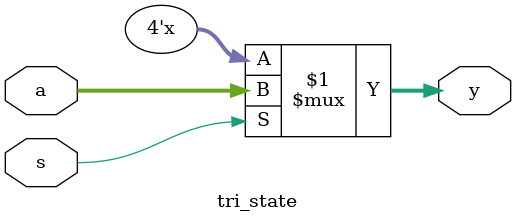
<source format=v>
module tri_state (input [3:0] a,
                  input s,
                  output [3:0] y);

    assign y = s ? a : 4'bzzzz;

endmodule

</source>
